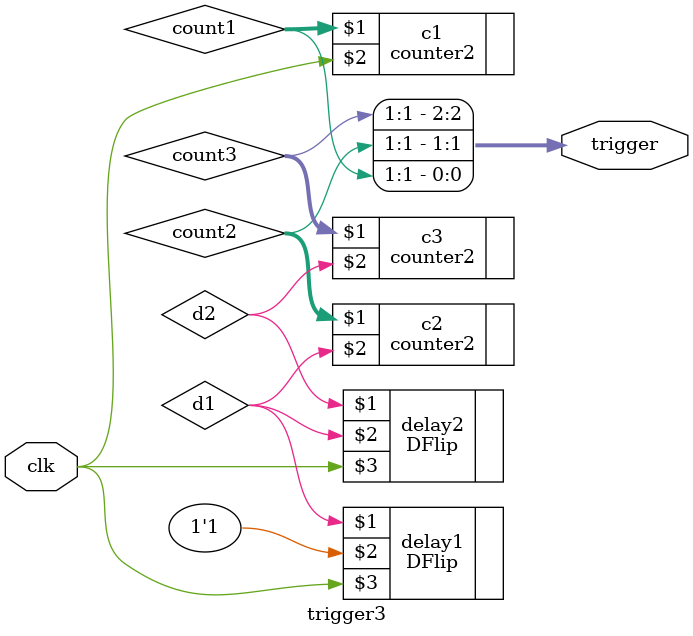
<source format=v>

module trigger3(
  output  [2:0] trigger,
  input   clk
);

wire  [1:0] count1, count2, count3;

DFlip delay1(d1, 1'b1, clk);
DFlip delay2(d2, d1, clk);

counter2 c1(count1, clk);
counter2 c2(count2, d1);
counter2 c3(count3, d2);

assign  trigger[0] = count1[1];
assign  trigger[1] = count2[1];
assign  trigger[2] = count3[1];

endmodule
</source>
